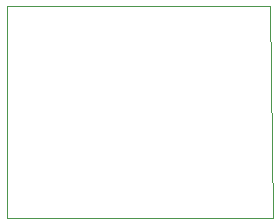
<source format=gbr>
G04 #@! TF.GenerationSoftware,KiCad,Pcbnew,5.0.2-bee76a0~70~ubuntu18.04.1*
G04 #@! TF.CreationDate,2019-11-23T09:43:01-08:00*
G04 #@! TF.ProjectId,switcher,73776974-6368-4657-922e-6b696361645f,rev?*
G04 #@! TF.SameCoordinates,Original*
G04 #@! TF.FileFunction,Profile,NP*
%FSLAX46Y46*%
G04 Gerber Fmt 4.6, Leading zero omitted, Abs format (unit mm)*
G04 Created by KiCad (PCBNEW 5.0.2-bee76a0~70~ubuntu18.04.1) date Sat 23 Nov 2019 09:43:01 AM PST*
%MOMM*%
%LPD*%
G01*
G04 APERTURE LIST*
%ADD10C,0.050000*%
G04 APERTURE END LIST*
D10*
X98250000Y-75250000D02*
X76000000Y-75250000D01*
X98500000Y-93250000D02*
X98250000Y-75250000D01*
X76000000Y-93250000D02*
X98500000Y-93250000D01*
X76000000Y-75250000D02*
X76000000Y-93250000D01*
M02*

</source>
